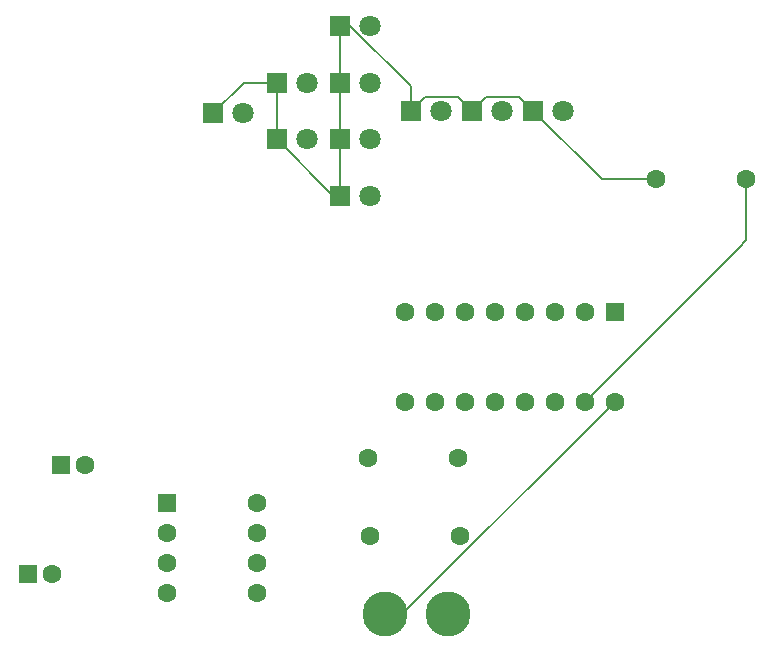
<source format=gbr>
%TF.GenerationSoftware,KiCad,Pcbnew,9.0.2*%
%TF.CreationDate,2026-01-22T14:34:09+05:30*%
%TF.ProjectId,led,6c65642e-6b69-4636-9164-5f7063625858,rev?*%
%TF.SameCoordinates,Original*%
%TF.FileFunction,Copper,L2,Bot*%
%TF.FilePolarity,Positive*%
%FSLAX46Y46*%
G04 Gerber Fmt 4.6, Leading zero omitted, Abs format (unit mm)*
G04 Created by KiCad (PCBNEW 9.0.2) date 2026-01-22 14:34:09*
%MOMM*%
%LPD*%
G01*
G04 APERTURE LIST*
G04 Aperture macros list*
%AMRoundRect*
0 Rectangle with rounded corners*
0 $1 Rounding radius*
0 $2 $3 $4 $5 $6 $7 $8 $9 X,Y pos of 4 corners*
0 Add a 4 corners polygon primitive as box body*
4,1,4,$2,$3,$4,$5,$6,$7,$8,$9,$2,$3,0*
0 Add four circle primitives for the rounded corners*
1,1,$1+$1,$2,$3*
1,1,$1+$1,$4,$5*
1,1,$1+$1,$6,$7*
1,1,$1+$1,$8,$9*
0 Add four rect primitives between the rounded corners*
20,1,$1+$1,$2,$3,$4,$5,0*
20,1,$1+$1,$4,$5,$6,$7,0*
20,1,$1+$1,$6,$7,$8,$9,0*
20,1,$1+$1,$8,$9,$2,$3,0*%
G04 Aperture macros list end*
%TA.AperFunction,ComponentPad*%
%ADD10C,1.800000*%
%TD*%
%TA.AperFunction,ComponentPad*%
%ADD11R,1.800000X1.800000*%
%TD*%
%TA.AperFunction,ComponentPad*%
%ADD12RoundRect,0.250000X-0.550000X0.550000X-0.550000X-0.550000X0.550000X-0.550000X0.550000X0.550000X0*%
%TD*%
%TA.AperFunction,ComponentPad*%
%ADD13C,1.600000*%
%TD*%
%TA.AperFunction,ComponentPad*%
%ADD14RoundRect,0.250000X-0.550000X-0.550000X0.550000X-0.550000X0.550000X0.550000X-0.550000X0.550000X0*%
%TD*%
%TA.AperFunction,ComponentPad*%
%ADD15C,3.800000*%
%TD*%
%TA.AperFunction,Conductor*%
%ADD16C,0.200000*%
%TD*%
G04 APERTURE END LIST*
D10*
%TO.P,D1,2,A*%
%TO.N,Net-(D1-A)*%
X111940000Y-122800000D03*
D11*
%TO.P,D1,1,K*%
%TO.N,Net-(D1-K)*%
X109400000Y-122800000D03*
%TD*%
%TO.P,D2,1,K*%
%TO.N,Net-(D1-K)*%
X104200000Y-122800000D03*
D10*
%TO.P,D2,2,A*%
%TO.N,Net-(D2-A)*%
X106740000Y-122800000D03*
%TD*%
D11*
%TO.P,D3,1,K*%
%TO.N,Net-(D1-K)*%
X99000000Y-122800000D03*
D10*
%TO.P,D3,2,A*%
%TO.N,Net-(D3-A)*%
X101540000Y-122800000D03*
%TD*%
D11*
%TO.P,D4,1,K*%
%TO.N,Net-(D1-K)*%
X82260000Y-123000000D03*
D10*
%TO.P,D4,2,A*%
%TO.N,Net-(D4-A)*%
X84800000Y-123000000D03*
%TD*%
D11*
%TO.P,D5,1,K*%
%TO.N,Net-(D1-K)*%
X87660000Y-120400000D03*
D10*
%TO.P,D5,2,A*%
%TO.N,Net-(D5-A)*%
X90200000Y-120400000D03*
%TD*%
D12*
%TO.P,U2,1,Q5*%
%TO.N,Net-(D6-A)*%
X116290000Y-139795000D03*
D13*
%TO.P,U2,2,Q1*%
%TO.N,Net-(D2-A)*%
X113750000Y-139795000D03*
%TO.P,U2,3,Q0*%
%TO.N,Net-(D1-A)*%
X111210000Y-139795000D03*
%TO.P,U2,4,Q2*%
%TO.N,Net-(D3-A)*%
X108670000Y-139795000D03*
%TO.P,U2,5,Q6*%
%TO.N,Net-(D7-A)*%
X106130000Y-139795000D03*
%TO.P,U2,6,Q7*%
%TO.N,Net-(D8-A)*%
X103590000Y-139795000D03*
%TO.P,U2,7,Q3*%
%TO.N,Net-(D4-A)*%
X101050000Y-139795000D03*
%TO.P,U2,8,VSS*%
%TO.N,GND*%
X98510000Y-139795000D03*
%TO.P,U2,9,Q8*%
%TO.N,Net-(D9-A)*%
X98510000Y-147415000D03*
%TO.P,U2,10,Q4*%
%TO.N,Net-(D5-A)*%
X101050000Y-147415000D03*
%TO.P,U2,11,Q9*%
%TO.N,Net-(D10-A)*%
X103590000Y-147415000D03*
%TO.P,U2,12,Cout*%
%TO.N,unconnected-(U2-Cout-Pad12)*%
X106130000Y-147415000D03*
%TO.P,U2,13,CKEN*%
%TO.N,GND*%
X108670000Y-147415000D03*
%TO.P,U2,14,CLK*%
%TO.N,OUT*%
X111210000Y-147415000D03*
%TO.P,U2,15,Reset*%
%TO.N,GND*%
X113750000Y-147415000D03*
%TO.P,U2,16,VDD*%
%TO.N,+5V*%
X116290000Y-147415000D03*
%TD*%
D14*
%TO.P,U1,1,GND*%
%TO.N,GND*%
X78395000Y-155990000D03*
D13*
%TO.P,U1,2,TR*%
%TO.N,TR*%
X78395000Y-158530000D03*
%TO.P,U1,3,Q*%
%TO.N,OUT*%
X78395000Y-161070000D03*
%TO.P,U1,4,R*%
%TO.N,+5V*%
X78395000Y-163610000D03*
%TO.P,U1,5,CV*%
%TO.N,Net-(U1-CV)*%
X86015000Y-163610000D03*
%TO.P,U1,6,THR*%
%TO.N,TR*%
X86015000Y-161070000D03*
%TO.P,U1,7,DIS*%
%TO.N,Net-(U1-DIS)*%
X86015000Y-158530000D03*
%TO.P,U1,8,VCC*%
%TO.N,+5V*%
X86015000Y-155990000D03*
%TD*%
%TO.P,RV1,1,1*%
%TO.N,Net-(U1-DIS)*%
X95400000Y-152200000D03*
%TO.P,RV1,2,2*%
X103020000Y-152200000D03*
%TD*%
%TO.P,R2,1*%
%TO.N,Net-(D1-K)*%
X119780000Y-128600000D03*
%TO.P,R2,2*%
%TO.N,GND*%
X127400000Y-128600000D03*
%TD*%
%TO.P,R1,1*%
%TO.N,+5V*%
X95590000Y-158800000D03*
%TO.P,R1,2*%
%TO.N,Net-(U1-DIS)*%
X103210000Y-158800000D03*
%TD*%
D15*
%TO.P,H2,1,1*%
%TO.N,+5V*%
X96850000Y-165400000D03*
%TD*%
%TO.P,H1,1,1*%
%TO.N,GND*%
X102200000Y-165400000D03*
%TD*%
D11*
%TO.P,D10,1,K*%
%TO.N,Net-(D1-K)*%
X87660000Y-125200000D03*
D10*
%TO.P,D10,2,A*%
%TO.N,Net-(D10-A)*%
X90200000Y-125200000D03*
%TD*%
D11*
%TO.P,D9,1,K*%
%TO.N,Net-(D1-K)*%
X93060000Y-130000000D03*
D10*
%TO.P,D9,2,A*%
%TO.N,Net-(D9-A)*%
X95600000Y-130000000D03*
%TD*%
D11*
%TO.P,D8,1,K*%
%TO.N,Net-(D1-K)*%
X93060000Y-125200000D03*
D10*
%TO.P,D8,2,A*%
%TO.N,Net-(D8-A)*%
X95600000Y-125200000D03*
%TD*%
D11*
%TO.P,D7,1,K*%
%TO.N,Net-(D1-K)*%
X93060000Y-120400000D03*
D10*
%TO.P,D7,2,A*%
%TO.N,Net-(D7-A)*%
X95600000Y-120400000D03*
%TD*%
D11*
%TO.P,D6,1,K*%
%TO.N,Net-(D1-K)*%
X93060000Y-115600000D03*
D10*
%TO.P,D6,2,A*%
%TO.N,Net-(D6-A)*%
X95600000Y-115600000D03*
%TD*%
D14*
%TO.P,C2,1*%
%TO.N,TR*%
X69444888Y-152800000D03*
D13*
%TO.P,C2,2*%
%TO.N,GND*%
X71444888Y-152800000D03*
%TD*%
D14*
%TO.P,C1,1*%
%TO.N,GND*%
X66600000Y-162000000D03*
D13*
%TO.P,C1,2*%
%TO.N,Net-(U1-CV)*%
X68600000Y-162000000D03*
%TD*%
D16*
%TO.N,Net-(D1-K)*%
X115200000Y-128600000D02*
X109400000Y-122800000D01*
X119780000Y-128600000D02*
X115200000Y-128600000D01*
%TO.N,GND*%
X126782500Y-134382500D02*
X113750000Y-147415000D01*
X126782500Y-134382500D02*
X127400000Y-133765000D01*
X127400000Y-133765000D02*
X127400000Y-128600000D01*
%TO.N,+5V*%
X98305000Y-165400000D02*
X116290000Y-147415000D01*
X96850000Y-165400000D02*
X98305000Y-165400000D01*
%TO.N,Net-(D1-K)*%
X84860000Y-120400000D02*
X82260000Y-123000000D01*
X87660000Y-120400000D02*
X84860000Y-120400000D01*
X87660000Y-125200000D02*
X87660000Y-120400000D01*
X92460000Y-130000000D02*
X87660000Y-125200000D01*
X93060000Y-130000000D02*
X92460000Y-130000000D01*
X93060000Y-125200000D02*
X93060000Y-130000000D01*
X93060000Y-120400000D02*
X93060000Y-125200000D01*
X93060000Y-115600000D02*
X93060000Y-120400000D01*
X93901529Y-115600000D02*
X93060000Y-115600000D01*
X99000000Y-120698471D02*
X93901529Y-115600000D01*
X99000000Y-122800000D02*
X99000000Y-120698471D01*
X100201000Y-121599000D02*
X99000000Y-122800000D01*
X102999000Y-121599000D02*
X100201000Y-121599000D01*
X104200000Y-122800000D02*
X102999000Y-121599000D01*
X105401000Y-121599000D02*
X104200000Y-122800000D01*
X108199000Y-121599000D02*
X105401000Y-121599000D01*
X109400000Y-122800000D02*
X108199000Y-121599000D01*
%TD*%
M02*

</source>
